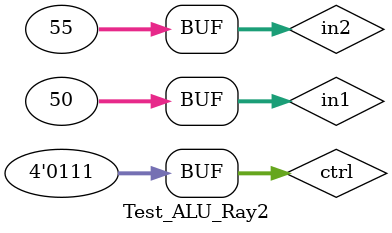
<source format=v>
module ALU(Read_Data_1, Alu_Src_Output, ALUctrl , Alu_Result ,Zero);

input  wire signed [31:0] Read_Data_1;
input  wire signed [31:0] Alu_Src_Output;
input  wire signed [3:0] ALUctrl;
output reg   [31:0] Alu_Result;
input  wire Zero;

localparam AND = 4'b0000;
localparam OR  = 4'b0001;
localparam ADD = 4'b0010;
localparam SUB = 4'b0110;
localparam SLT = 4'b0111;
localparam NOR = 4'b1100;

assign Zero = ( Read_Data_1 == Alu_Src_Output);
always@(Read_Data_1,Alu_Src_Output,ALUctrl)
begin 

	case(ALUctrl)
	AND: Alu_Result <= Read_Data_1 &  Alu_Src_Output ;
	OR : Alu_Result <= Read_Data_1 |  Alu_Src_Output ;
	ADD: Alu_Result <= Read_Data_1 +  Alu_Src_Output ;
	SUB: Alu_Result <= Read_Data_1 -  Alu_Src_Output ;
	SLT: Alu_Result <=(Read_Data_1 <  Alu_Src_Output);
	NOR: Alu_Result <= ~(Read_Data_1 | Alu_Src_Output) ;
	default : $display ("ERROR_NOT_RAY2 CODE: %b",ALUctrl);
	endcase
end

endmodule


module Test_ALU_Ray2;
localparam AND = 4'b0000;
localparam OR  = 4'b0001;
localparam ADD = 4'b0010;
localparam SUB = 4'b0110;
localparam SLT = 4'b0111;
localparam NOR = 4'b1100;

reg  signed[31:0] in1;
reg  signed[31:0] in2;
reg  signed[3:0]  ctrl;
wire [31:0] result;
wire zero;

initial
begin
$monitor ("in1=%d in2=%d ctrl=%b result=%d zero=%b",in1,in2,ctrl,result,zero);

#1
in1 = 50;
in2 =20;
ctrl = ADD;

#1
in1 = 50;
in2 =20;
ctrl = NOR;
#1
in1 = 50;
in2 =20;
ctrl = SLT;
#1
in1 = 50;
in2 =55;
ctrl = SLT;

end

ALU test_ray2(in1, in2, ctrl , result ,zero);


endmodule

</source>
